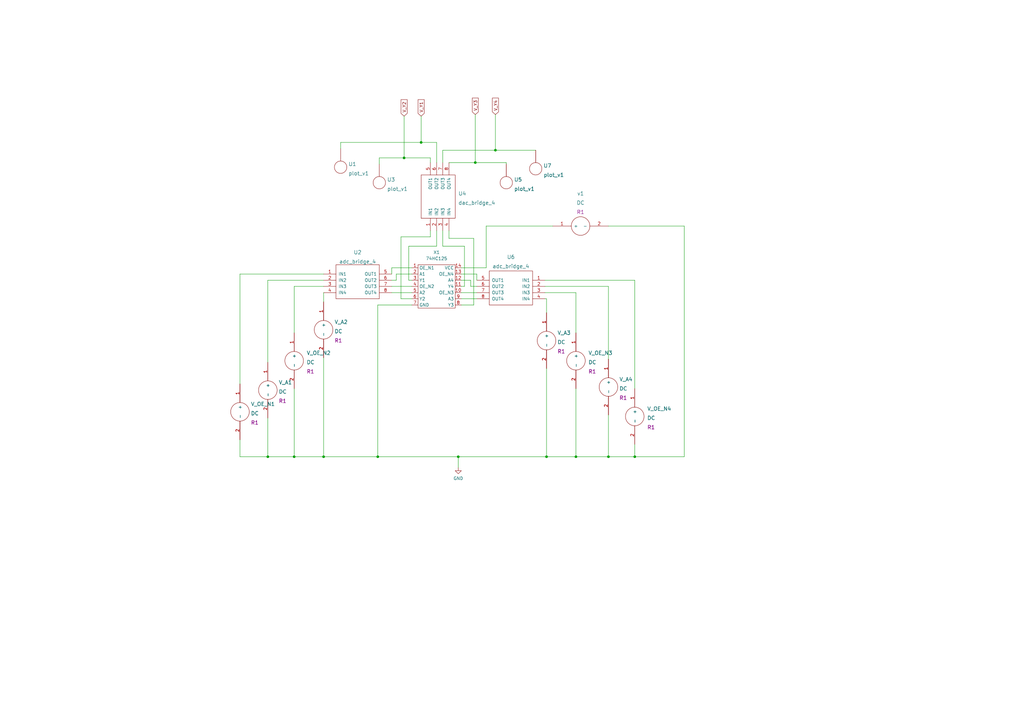
<source format=kicad_sch>
(kicad_sch (version 20211123) (generator eeschema)
  (paper "A3")
  (lib_symbols
    (symbol "eSim_Hybrid:adc_bridge_4" (pin_names (offset 1.016))
      (property "Reference" "U" (at 0 0 0))
      (property "Value" "adc_bridge_4" (at 0 7.62 0))
      (symbol "adc_bridge_4_0_1"
        (rectangle (start -8.89 8.89) (end 8.89 -5.08))
      )
      (symbol "adc_bridge_4_1_1"
        (pin input line (at -13.97 5.08 0) (length 5.08) (name "IN1") (number "1"))
        (pin input line (at -13.97 2.54 0) (length 5.08) (name "IN2") (number "2"))
        (pin input line (at -13.97 0 0) (length 5.08) (name "IN3") (number "3"))
        (pin input line (at -13.97 -2.54 0) (length 5.08) (name "IN4") (number "4"))
        (pin output line (at 13.97 5.08 180) (length 5.08) (name "OUT1") (number "5"))
        (pin output line (at 13.97 2.54 180) (length 5.08) (name "OUT2") (number "6"))
        (pin output line (at 13.97 0 180) (length 5.08) (name "OUT3") (number "7"))
        (pin output line (at 13.97 -2.54 180) (length 5.08) (name "OUT4") (number "8"))
      )
    )
    (symbol "eSim_Hybrid:dac_bridge_4" (pin_names (offset 1.016))
      (property "Reference" "U" (at 0 0 0))
      (property "Value" "dac_bridge_4" (at 0 7.62 0))
      (symbol "dac_bridge_4_0_1"
        (rectangle (start -8.89 8.89) (end 8.89 -5.08))
      )
      (symbol "dac_bridge_4_1_1"
        (pin input line (at -13.97 5.08 0) (length 5.08) (name "IN1") (number "1"))
        (pin input line (at -13.97 2.54 0) (length 5.08) (name "IN2") (number "2"))
        (pin input line (at -13.97 0 0) (length 5.08) (name "IN3") (number "3"))
        (pin input line (at -13.97 -2.54 0) (length 5.08) (name "IN4") (number "4"))
        (pin output line (at 13.97 5.08 180) (length 5.08) (name "OUT1") (number "5"))
        (pin output line (at 13.97 2.54 180) (length 5.08) (name "OUT2") (number "6"))
        (pin output line (at 13.97 0 180) (length 5.08) (name "OUT3") (number "7"))
        (pin output line (at 13.97 -2.54 180) (length 5.08) (name "OUT4") (number "8"))
      )
    )
    (symbol "eSim_Plot:plot_v1" (pin_names (offset 1.016))
      (property "Reference" "U" (at 0 12.7 0))
      (property "Value" "plot_v1" (at 5.08 8.89 0))
      (symbol "plot_v1_0_1"
        (circle (center 0 12.7) (radius 2.54))
      )
      (symbol "plot_v1_1_1"
        (pin input line (at 0 5.08 90) (length 5.08) (name "~") (number "~"))
      )
    )
    (symbol "eSim_Power:eSim_GND" (power) (pin_names (offset 0))
      (property "Value" "eSim_GND" (at 0 -3.81 0))
      (symbol "eSim_GND_0_1"
        (polyline (pts (xy 0 0) (xy 0 -1.27) (xy 1.27 -1.27) (xy 0 -2.54) (xy -1.27 -1.27) (xy 0 -1.27)))
      )
      (symbol "eSim_GND_1_1"
        (pin power_in line (at 0 0 270) (length 0) hide (name "GND") (number "1"))
      )
    )
    (symbol "eSim_Sources:DC" (pin_names (offset 1.016))
      (property "Reference" "v" (at -5.08 2.54 0))
      (property "Value" "DC" (at -5.08 -1.27 0))
      (property "Footprint" "R1" (at -7.62 0 0))
      (symbol "DC_0_1"
        (circle (center 0 0) (radius 3.81))
      )
      (symbol "DC_1_1"
        (pin power_out line (at 0 11.43 270) (length 7.62) (name "+") (number "1"))
        (pin bidirectional line (at 0 -11.43 90) (length 7.62) (name "-") (number "2"))
      )
    )
    (symbol "eSim_Subckt:74HC125"
      (property "Reference" "X" (at 0 -10.16 0))
      (property "Value" "74HC125" (at 0 10.16 0))
      (symbol "74HC125_0_1"
        (rectangle (start -7.62 8.89) (end 7.62 -8.89))
      )
      (symbol "74HC125_1_1"
        (pin input line (at -10.16 7.62 0) (length 2.54) (name "OE_N1") (number "1"))
        (pin input line (at 10.16 -2.54 180) (length 2.54) (name "OE_N3") (number "10"))
        (pin output line (at 10.16 0 180) (length 2.54) (name "Y4") (number "11"))
        (pin input line (at 10.16 2.54 180) (length 2.54) (name "A4") (number "12"))
        (pin input line (at 10.16 5.08 180) (length 2.54) (name "OE_N4") (number "13"))
        (pin power_in line (at 10.16 7.62 180) (length 2.54) (name "VCC") (number "14"))
        (pin input line (at -10.16 5.08 0) (length 2.54) (name "A1") (number "2"))
        (pin output line (at -10.16 2.54 0) (length 2.54) (name "Y1") (number "3"))
        (pin input line (at -10.16 0 0) (length 2.54) (name "OE_N2") (number "4"))
        (pin input line (at -10.16 -2.54 0) (length 2.54) (name "A2") (number "5"))
        (pin output line (at -10.16 -5.08 0) (length 2.54) (name "Y2") (number "6"))
        (pin power_in line (at -10.16 -7.62 0) (length 2.54) (name "GND") (number "7"))
        (pin output line (at 10.16 -7.62 180) (length 2.54) (name "Y3") (number "8"))
        (pin input line (at 10.16 -5.08 180) (length 2.54) (name "A3") (number "9"))
      )
    )
  )
  (junction (at 187.96 187.325))
  (junction (at 236.22 187.325))
  (junction (at 224.155 187.325))
  (junction (at 172.72 58.42))
  (junction (at 203.2 61.595))
  (junction (at 260.35 187.325))
  (junction (at 109.855 187.325))
  (junction (at 165.735 64.77))
  (junction (at 120.65 187.325))
  (junction (at 132.715 187.325))
  (junction (at 154.94 187.325))
  (junction (at 249.555 187.325))
  (junction (at 194.945 66.675))
  (wire (pts (xy 236.22 187.325) (xy 249.555 187.325)))
  (wire (pts (xy 162.56 112.395) (xy 168.91 112.395)))
  (wire (pts (xy 168.91 122.555) (xy 164.465 122.555)))
  (wire (pts (xy 190.5 100.965) (xy 181.61 100.965)))
  (wire (pts (xy 190.5 117.475) (xy 190.5 100.965)))
  (wire (pts (xy 249.555 117.475) (xy 223.52 117.475)))
  (wire (pts (xy 109.855 114.935) (xy 132.715 114.935)))
  (wire (pts (xy 260.35 187.325) (xy 260.35 182.245)))
  (wire (pts (xy 181.61 61.595) (xy 203.2 61.595)))
  (wire (pts (xy 236.22 159.385) (xy 236.22 187.325)))
  (wire (pts (xy 280.67 92.71) (xy 280.67 187.325)))
  (wire (pts (xy 160.655 117.475) (xy 168.91 117.475)))
  (wire (pts (xy 260.35 114.935) (xy 223.52 114.935)))
  (wire (pts (xy 195.58 117.475) (xy 193.04 117.475)))
  (wire (pts (xy 199.39 92.71) (xy 226.695 92.71)))
  (wire (pts (xy 179.07 100.965) (xy 179.07 94.615)))
  (wire (pts (xy 98.425 112.395) (xy 98.425 157.48)))
  (wire (pts (xy 98.425 187.325) (xy 109.855 187.325)))
  (wire (pts (xy 207.645 66.675) (xy 207.645 67.31)))
  (wire (pts (xy 184.15 66.675) (xy 194.945 66.675)))
  (wire (pts (xy 184.15 97.79) (xy 184.15 94.615)))
  (wire (pts (xy 223.52 122.555) (xy 224.155 122.555)))
  (wire (pts (xy 193.04 114.935) (xy 189.23 114.935)))
  (wire (pts (xy 154.94 187.325) (xy 187.96 187.325)))
  (wire (pts (xy 187.96 187.325) (xy 224.155 187.325)))
  (wire (pts (xy 181.61 66.675) (xy 181.61 61.595)))
  (wire (pts (xy 194.945 66.675) (xy 207.645 66.675)))
  (wire (pts (xy 195.58 114.935) (xy 195.58 112.395)))
  (wire (pts (xy 194.31 97.79) (xy 184.15 97.79)))
  (wire (pts (xy 224.155 187.325) (xy 236.22 187.325)))
  (wire (pts (xy 179.07 66.675) (xy 179.07 58.42)))
  (wire (pts (xy 189.23 122.555) (xy 195.58 122.555)))
  (wire (pts (xy 109.855 148.59) (xy 109.855 114.935)))
  (wire (pts (xy 168.91 125.095) (xy 154.94 125.095)))
  (wire (pts (xy 160.655 114.935) (xy 162.56 114.935)))
  (wire (pts (xy 260.35 187.325) (xy 280.67 187.325)))
  (wire (pts (xy 132.715 112.395) (xy 98.425 112.395)))
  (wire (pts (xy 189.23 120.015) (xy 195.58 120.015)))
  (wire (pts (xy 203.2 46.99) (xy 203.2 61.595)))
  (wire (pts (xy 155.575 64.77) (xy 155.575 67.31)))
  (wire (pts (xy 160.655 109.855) (xy 168.91 109.855)))
  (wire (pts (xy 132.715 187.325) (xy 154.94 187.325)))
  (wire (pts (xy 203.2 61.595) (xy 219.71 61.595)))
  (wire (pts (xy 164.465 97.155) (xy 176.53 97.155)))
  (wire (pts (xy 176.53 66.675) (xy 176.53 64.77)))
  (wire (pts (xy 167.64 100.965) (xy 179.07 100.965)))
  (wire (pts (xy 168.91 114.935) (xy 167.64 114.935)))
  (wire (pts (xy 164.465 122.555) (xy 164.465 97.155)))
  (wire (pts (xy 154.94 125.095) (xy 154.94 187.325)))
  (wire (pts (xy 132.715 146.685) (xy 132.715 187.325)))
  (wire (pts (xy 224.155 151.13) (xy 224.155 187.325)))
  (wire (pts (xy 193.04 117.475) (xy 193.04 114.935)))
  (wire (pts (xy 194.945 46.99) (xy 194.945 66.675)))
  (wire (pts (xy 165.735 47.625) (xy 165.735 64.77)))
  (wire (pts (xy 189.23 125.095) (xy 194.31 125.095)))
  (wire (pts (xy 249.555 170.18) (xy 249.555 187.325)))
  (wire (pts (xy 160.655 120.015) (xy 168.91 120.015)))
  (wire (pts (xy 172.72 58.42) (xy 139.7 58.42)))
  (wire (pts (xy 120.65 159.385) (xy 120.65 187.325)))
  (wire (pts (xy 181.61 100.965) (xy 181.61 94.615)))
  (wire (pts (xy 194.31 125.095) (xy 194.31 97.79)))
  (wire (pts (xy 176.53 64.77) (xy 165.735 64.77)))
  (wire (pts (xy 162.56 114.935) (xy 162.56 112.395)))
  (wire (pts (xy 249.555 147.32) (xy 249.555 117.475)))
  (wire (pts (xy 120.65 117.475) (xy 132.715 117.475)))
  (wire (pts (xy 109.855 187.325) (xy 120.65 187.325)))
  (wire (pts (xy 189.23 117.475) (xy 190.5 117.475)))
  (wire (pts (xy 199.39 109.855) (xy 199.39 92.71)))
  (wire (pts (xy 187.96 187.325) (xy 187.96 191.77)))
  (wire (pts (xy 176.53 97.155) (xy 176.53 94.615)))
  (wire (pts (xy 179.07 58.42) (xy 172.72 58.42)))
  (wire (pts (xy 109.855 171.45) (xy 109.855 187.325)))
  (wire (pts (xy 120.65 187.325) (xy 132.715 187.325)))
  (wire (pts (xy 224.155 128.27) (xy 224.155 122.555)))
  (wire (pts (xy 260.35 159.385) (xy 260.35 114.935)))
  (wire (pts (xy 249.555 92.71) (xy 280.67 92.71)))
  (wire (pts (xy 160.655 112.395) (xy 160.655 109.855)))
  (wire (pts (xy 120.65 136.525) (xy 120.65 117.475)))
  (wire (pts (xy 139.7 58.42) (xy 139.7 60.96)))
  (wire (pts (xy 195.58 112.395) (xy 189.23 112.395)))
  (wire (pts (xy 236.22 136.525) (xy 236.22 120.015)))
  (wire (pts (xy 98.425 180.34) (xy 98.425 187.325)))
  (wire (pts (xy 172.72 47.625) (xy 172.72 58.42)))
  (wire (pts (xy 165.735 64.77) (xy 155.575 64.77)))
  (wire (pts (xy 249.555 187.325) (xy 260.35 187.325)))
  (wire (pts (xy 167.64 114.935) (xy 167.64 100.965)))
  (wire (pts (xy 132.715 120.015) (xy 132.715 123.825)))
  (wire (pts (xy 236.22 120.015) (xy 223.52 120.015)))
  (wire (pts (xy 189.23 109.855) (xy 199.39 109.855)))
  (global_label "V_Y1" (shape input) (at 172.72 47.625 90) (property "Intersheet References" "${INTERSHEET_REFS}" (effects hide)))
  (global_label "V_Y3" (shape input) (at 194.945 46.99 90) (property "Intersheet References" "${INTERSHEET_REFS}" (effects hide)))
  (global_label "V_Y2" (shape input) (at 165.735 47.625 90) (property "Intersheet References" "${INTERSHEET_REFS}" (effects hide)))
  (global_label "V_Y4" (shape input) (at 203.2 46.99 90) (property "Intersheet References" "${INTERSHEET_REFS}" (effects hide)))
  (symbol (lib_id "eSim_Sources:DC") (at 224.155 139.7 0) (unit 1)
    (property "Reference" "V_A3" (at 228.6 136.525 0) (effects (font (size 1.524 1.524)) (justify left)))
    (property "Value" "DC" (at 228.6 140.335 0) (effects (font (size 1.524 1.524)) (justify left)))
    (property "Footprint" "R1" (at 228.6 144.145 0) (effects (font (size 1.524 1.524)) (justify left)))
  )
  (symbol (lib_id "eSim_Sources:DC") (at 109.855 160.02 0) (unit 1)
    (property "Reference" "V_A1" (at 114.3 156.845 0) (effects (font (size 1.524 1.524)) (justify left)))
    (property "Value" "DC" (at 114.3 160.655 0) (effects (font (size 1.524 1.524)) (justify left)))
    (property "Footprint" "R1" (at 114.3 164.465 0) (effects (font (size 1.524 1.524)) (justify left)))
  )
  (symbol (lib_id "eSim_Sources:DC") (at 249.555 158.75 0) (unit 1)
    (property "Reference" "V_A4" (at 254 155.575 0) (effects (font (size 1.524 1.524)) (justify left)))
    (property "Value" "DC" (at 254 159.385 0) (effects (font (size 1.524 1.524)) (justify left)))
    (property "Footprint" "R1" (at 254 163.195 0) (effects (font (size 1.524 1.524)) (justify left)))
  )
  (symbol (lib_id "eSim_Plot:plot_v1") (at 219.71 56.515 180) (unit 1)
    (property "Reference" "U7" (at 222.885 67.945 0) (effects (font (size 1.524 1.524)) (justify right)))
    (property "Value" "plot_v1" (at 222.885 71.755 0) (effects (font (size 1.524 1.524)) (justify right)))
  )
  (symbol (lib_id "eSim_Hybrid:adc_bridge_4") (at 209.55 120.015 0) (mirror y) (unit 1)
    (property "Reference" "U6" (at 209.55 105.41 0) (effects (font (size 1.524 1.524))))
    (property "Value" "adc_bridge_4" (at 209.55 109.22 0) (effects (font (size 1.524 1.524))))
  )
  (symbol (lib_id "eSim_Sources:DC") (at 120.65 147.955 0) (unit 1)
    (property "Reference" "V_OE_N2" (at 125.73 144.78 0) (effects (font (size 1.524 1.524)) (justify left)))
    (property "Value" "DC" (at 125.73 148.59 0) (effects (font (size 1.524 1.524)) (justify left)))
    (property "Footprint" "R1" (at 125.73 152.4 0) (effects (font (size 1.524 1.524)) (justify left)))
  )
  (symbol (lib_id "eSim_Sources:DC") (at 238.125 92.71 90) (unit 1)
    (property "Reference" "v1" (at 238.125 79.375 90) (effects (font (size 1.524 1.524))))
    (property "Value" "DC" (at 238.125 83.185 90) (effects (font (size 1.524 1.524))))
    (property "Footprint" "R1" (at 238.125 86.995 90) (effects (font (size 1.524 1.524))))
  )
  (symbol (lib_id "eSim_Sources:DC") (at 260.35 170.815 0) (unit 1)
    (property "Reference" "V_OE_N4" (at 265.43 167.64 0) (effects (font (size 1.524 1.524)) (justify left)))
    (property "Value" "DC" (at 265.43 171.45 0) (effects (font (size 1.524 1.524)) (justify left)))
    (property "Footprint" "R1" (at 265.43 175.26 0) (effects (font (size 1.524 1.524)) (justify left)))
  )
  (symbol (lib_id "eSim_Sources:DC") (at 236.22 147.955 0) (unit 1)
    (property "Reference" "V_OE_N3" (at 241.3 144.78 0) (effects (font (size 1.524 1.524)) (justify left)))
    (property "Value" "DC" (at 241.3 148.59 0) (effects (font (size 1.524 1.524)) (justify left)))
    (property "Footprint" "R1" (at 241.3 152.4 0) (effects (font (size 1.524 1.524)) (justify left)))
  )
  (symbol (lib_id "eSim_Hybrid:adc_bridge_4") (at 146.685 117.475 0) (unit 1)
    (property "Reference" "U2" (at 146.685 103.505 0) (effects (font (size 1.524 1.524))))
    (property "Value" "adc_bridge_4" (at 146.685 107.315 0) (effects (font (size 1.524 1.524))))
  )
  (symbol (lib_id "eSim_Sources:DC") (at 132.715 135.255 0) (unit 1)
    (property "Reference" "V_A2" (at 137.16 132.08 0) (effects (font (size 1.524 1.524)) (justify left)))
    (property "Value" "DC" (at 137.16 135.89 0) (effects (font (size 1.524 1.524)) (justify left)))
    (property "Footprint" "R1" (at 137.16 139.7 0) (effects (font (size 1.524 1.524)) (justify left)))
  )
  (symbol (lib_id "eSim_Plot:plot_v1") (at 155.575 62.23 180) (unit 1)
    (property "Reference" "U3" (at 158.75 73.66 0) (effects (font (size 1.524 1.524)) (justify right)))
    (property "Value" "plot_v1" (at 158.75 77.47 0) (effects (font (size 1.524 1.524)) (justify right)))
  )
  (symbol (lib_id "eSim_Sources:DC") (at 98.425 168.91 0) (unit 1)
    (property "Reference" "V_OE_N1" (at 102.87 165.735 0) (effects (font (size 1.524 1.524)) (justify left)))
    (property "Value" "DC" (at 102.87 169.545 0) (effects (font (size 1.524 1.524)) (justify left)))
    (property "Footprint" "R1" (at 102.87 173.355 0) (effects (font (size 1.524 1.524)) (justify left)))
  )
  (symbol (lib_id "eSim_Power:eSim_GND") (at 187.96 191.77 0) (unit 1)
    (property "Reference" "#PWR01" (effects hide))
    (property "Value" "eSim_GND" (at 187.96 196.215 0))
  )
  (symbol (lib_id "eSim_Plot:plot_v1") (at 207.645 62.23 180) (unit 1)
    (property "Reference" "U5" (at 210.82 73.66 0) (effects (font (size 1.524 1.524)) (justify right)))
    (property "Value" "plot_v1" (at 210.82 77.47 0) (effects (font (size 1.524 1.524)) (justify right)))
  )
  (symbol (lib_id "eSim_Hybrid:dac_bridge_4") (at 181.61 80.645 90) (unit 1)
    (property "Reference" "U4" (at 187.96 79.375 90) (effects (font (size 1.524 1.524)) (justify right)))
    (property "Value" "dac_bridge_4" (at 187.96 83.185 90) (effects (font (size 1.524 1.524)) (justify right)))
  )
  (symbol (lib_id "eSim_Plot:plot_v1") (at 139.7 55.88 180) (unit 1)
    (property "Reference" "U1" (at 142.875 67.31 0) (effects (font (size 1.524 1.524)) (justify right)))
    (property "Value" "plot_v1" (at 142.875 71.12 0) (effects (font (size 1.524 1.524)) (justify right)))
  )
  (symbol (lib_id "eSim_Subckt:74HC125") (at 179.07 117.475 0) (unit 1)
    (property "Reference" "X1" (at 179.07 103.505 0))
    (property "Value" "74HC125" (at 179.07 106.045 0))
  )
)
</source>
